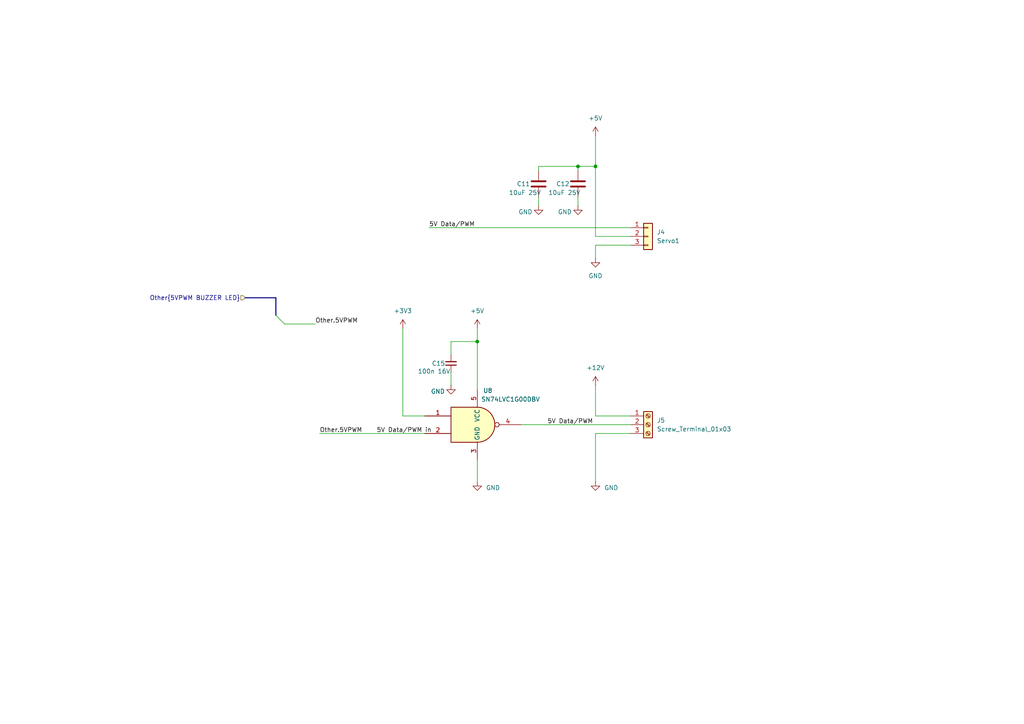
<source format=kicad_sch>
(kicad_sch (version 20231120) (generator "eeschema") (generator_version "8.0")
  (paper "A4")
  (title_block (date "2025-02-04") (rev "A") (company "Artem Horiunov") (comment 1 "DESIGNED IN POLAND"))
  (lib_symbols
    (symbol "74xGxx:SN74LVC1G00DBV"
      (property "Reference" "U" (at -5.08 7.62 0))
      (property "Value" "SN74LVC1G00DBV" (at 7.62 -7.62 0))
      (symbol "SN74LVC1G00DBV_0_1"
        (arc (start 0 -5.08) (mid 5.0579 0) (end 0 5.08) (stroke (width 0.254)) (fill (type background)))
        (polyline (pts (xy 0 -5.08) (xy -7.62 -5.08) (xy -7.62 5.08) (xy 0 5.08)) (stroke (width 0.254)) (fill (type background)))
      )
      (symbol "SN74LVC1G00DBV_1_1"
        (pin input line (at -15.24 2.54 0) (length 7.62) (name "~") (number "1"))
        (pin input line (at -15.24 -2.54 0) (length 7.62) (name "~") (number "2"))
        (pin power_in line (at 0 -10.16 90) (length 5.08) (name "GND") (number "3"))
        (pin output inverted (at 12.7 0 180) (length 7.62) (name "~") (number "4"))
        (pin power_in line (at 0 10.16 270) (length 5.08) (name "VCC") (number "5"))
      )
    )
    (symbol "Connector:Screw_Terminal_01x03" (pin_names (offset 1.016) hide)
      (property "Reference" "J" (at 0 5.08 0))
      (property "Value" "Screw_Terminal_01x03" (at 0 -5.08 0))
      (symbol "Screw_Terminal_01x03_1_1"
        (rectangle (start -1.27 3.81) (end 1.27 -3.81) (stroke (width 0.254)) (fill (type background)))
        (circle (center 0 -2.54) (radius 0.635) (stroke (width 0.1524)))
        (polyline (pts (xy -0.5334 -2.2098) (xy 0.3302 -3.048)) (stroke (width 0.1524)))
        (polyline (pts (xy -0.5334 0.3302) (xy 0.3302 -0.508)) (stroke (width 0.1524)))
        (polyline (pts (xy -0.5334 2.8702) (xy 0.3302 2.032)) (stroke (width 0.1524)))
        (polyline (pts (xy -0.3556 -2.032) (xy 0.508 -2.8702)) (stroke (width 0.1524)))
        (polyline (pts (xy -0.3556 0.508) (xy 0.508 -0.3302)) (stroke (width 0.1524)))
        (polyline (pts (xy -0.3556 3.048) (xy 0.508 2.2098)) (stroke (width 0.1524)))
        (circle (center 0 0) (radius 0.635) (stroke (width 0.1524)))
        (circle (center 0 2.54) (radius 0.635) (stroke (width 0.1524)))
        (pin passive line (at -5.08 2.54 0) (length 3.81) (name "Pin_1") (number "1"))
        (pin passive line (at -5.08 0 0) (length 3.81) (name "Pin_2") (number "2"))
        (pin passive line (at -5.08 -2.54 0) (length 3.81) (name "Pin_3") (number "3"))
      )
    )
    (symbol "Connector_Generic:Conn_01x03" (pin_names (offset 1.016) hide)
      (property "Reference" "J" (at 0 5.08 0))
      (property "Value" "Conn_01x03" (at 0 -5.08 0))
      (symbol "Conn_01x03_1_1"
        (rectangle (start -1.27 -2.413) (end 0 -2.667) (stroke (width 0.1524)))
        (rectangle (start -1.27 0.127) (end 0 -0.127) (stroke (width 0.1524)))
        (rectangle (start -1.27 2.667) (end 0 2.413) (stroke (width 0.1524)))
        (rectangle (start -1.27 3.81) (end 1.27 -3.81) (stroke (width 0.254)) (fill (type background)))
        (pin passive line (at -5.08 2.54 0) (length 3.81) (name "Pin_1") (number "1"))
        (pin passive line (at -5.08 0 0) (length 3.81) (name "Pin_2") (number "2"))
        (pin passive line (at -5.08 -2.54 0) (length 3.81) (name "Pin_3") (number "3"))
      )
    )
    (symbol "Device:C" (pin_numbers hide) (pin_names (offset 0.254))
      (property "Reference" "C" (at 0.635 2.54 0))
      (property "Value" "C" (at 0.635 -2.54 0))
      (symbol "C_0_1"
        (polyline (pts (xy -2.032 -0.762) (xy 2.032 -0.762)) (stroke (width 0.508)))
        (polyline (pts (xy -2.032 0.762) (xy 2.032 0.762)) (stroke (width 0.508)))
      )
      (symbol "C_1_1"
        (pin passive line (at 0 3.81 270) (length 2.794) (name "~") (number "1"))
        (pin passive line (at 0 -3.81 90) (length 2.794) (name "~") (number "2"))
      )
    )
    (symbol "Device:C_Small" (pin_numbers hide) (pin_names (offset 0.254) hide)
      (property "Reference" "C" (at 0.254 1.778 0))
      (property "Value" "C_Small" (at 0.254 -2.032 0))
      (symbol "C_Small_0_1"
        (polyline (pts (xy -1.524 -0.508) (xy 1.524 -0.508)) (stroke (width 0.3302)))
        (polyline (pts (xy -1.524 0.508) (xy 1.524 0.508)) (stroke (width 0.3048)))
      )
      (symbol "C_Small_1_1"
        (pin passive line (at 0 2.54 270) (length 2.032) (name "~") (number "1"))
        (pin passive line (at 0 -2.54 90) (length 2.032) (name "~") (number "2"))
      )
    )
    (symbol "power:+3V3" (power) (pin_numbers hide) (pin_names (offset 0) hide)
      (property "Value" "+3V3" (at 0 3.556 0))
      (symbol "+3V3_0_1"
        (polyline (pts (xy -0.762 1.27) (xy 0 2.54)))
        (polyline (pts (xy 0 0) (xy 0 2.54)))
        (polyline (pts (xy 0 2.54) (xy 0.762 1.27)))
      )
      (symbol "+3V3_1_1"
        (pin power_in line (at 0 0 90) (length 0) (name "~") (number "1"))
      )
    )
    (symbol "power:+5V" (power) (pin_numbers hide) (pin_names (offset 0) hide)
      (property "Value" "+5V" (at 0 3.556 0))
      (symbol "+5V_0_1"
        (polyline (pts (xy -0.762 1.27) (xy 0 2.54)))
        (polyline (pts (xy 0 0) (xy 0 2.54)))
        (polyline (pts (xy 0 2.54) (xy 0.762 1.27)))
      )
      (symbol "+5V_1_1"
        (pin power_in line (at 0 0 90) (length 0) (name "~") (number "1"))
      )
    )
    (symbol "power:GND" (power) (pin_numbers hide) (pin_names (offset 0) hide)
      (property "Value" "GND" (at 0 -3.81 0))
      (symbol "GND_0_1"
        (polyline (pts (xy 0 0) (xy 0 -1.27) (xy 1.27 -1.27) (xy 0 -2.54) (xy -1.27 -1.27) (xy 0 -1.27)))
      )
      (symbol "GND_1_1"
        (pin power_in line (at 0 0 270) (length 0) (name "~") (number "1"))
      )
    )
  )
  (junction (at 172.72 48.26))
  (junction (at 167.64 48.26))
  (junction (at 138.43 99.06))
  (bus_entry (at 80.01 91.44) (size 2.54 2.54))
  (wire (pts (xy 124.46 66.04) (xy 182.88 66.04)))
  (wire (pts (xy 167.64 48.26) (xy 156.21 48.26)))
  (wire (pts (xy 182.88 125.73) (xy 172.72 125.73)))
  (wire (pts (xy 138.43 133.35) (xy 138.43 139.7)))
  (wire (pts (xy 156.21 57.15) (xy 156.21 59.69)))
  (wire (pts (xy 172.72 71.12) (xy 182.88 71.12)))
  (wire (pts (xy 151.13 123.19) (xy 182.88 123.19)))
  (wire (pts (xy 172.72 68.58) (xy 182.88 68.58)))
  (wire (pts (xy 116.84 120.65) (xy 123.19 120.65)))
  (wire (pts (xy 130.81 99.06) (xy 138.43 99.06)))
  (wire (pts (xy 92.71 125.73) (xy 123.19 125.73)))
  (wire (pts (xy 172.72 39.37) (xy 172.72 48.26)))
  (wire (pts (xy 138.43 95.25) (xy 138.43 99.06)))
  (wire (pts (xy 172.72 48.26) (xy 167.64 48.26)))
  (bus (pts (xy 80.01 86.36) (xy 80.01 91.44)))
  (wire (pts (xy 167.64 48.26) (xy 167.64 49.53)))
  (wire (pts (xy 82.55 93.98) (xy 91.44 93.98)))
  (wire (pts (xy 182.88 120.65) (xy 172.72 120.65)))
  (wire (pts (xy 172.72 74.93) (xy 172.72 71.12)))
  (wire (pts (xy 156.21 48.26) (xy 156.21 49.53)))
  (wire (pts (xy 172.72 111.76) (xy 172.72 120.65)))
  (wire (pts (xy 116.84 95.25) (xy 116.84 120.65)))
  (wire (pts (xy 167.64 57.15) (xy 167.64 59.69)))
  (wire (pts (xy 130.81 107.95) (xy 130.81 111.76)))
  (wire (pts (xy 130.81 99.06) (xy 130.81 102.87)))
  (wire (pts (xy 172.72 48.26) (xy 172.72 68.58)))
  (wire (pts (xy 138.43 99.06) (xy 138.43 113.03)))
  (bus (pts (xy 71.12 86.36) (xy 80.01 86.36)))
  (wire (pts (xy 172.72 125.73) (xy 172.72 139.7)))
  (label "5V Data{slash}PWM" (at 124.46 66.04 0))
  (label "5V Data{slash}PWM in" (at 109.22 125.73 0))
  (label "Other.5VPWM" (at 92.71 125.73 0))
  (label "Other.5VPWM" (at 91.44 93.98 0))
  (label "5V Data{slash}PWM" (at 158.75 123.19 0))
  (hierarchical_label "Other{5VPWM BUZZER LED}" (shape input) (at 71.12 86.36 180))
  (symbol (lib_id "Device:C_Small") (at 130.81 105.41 0) (mirror x) (unit 1)
    (property "Reference" "C15" (at 125.222 105.41 0) (effects (justify left)))
    (property "Value" "100n 16V" (at 121.158 107.696 0) (effects (justify left)))
    (property "Footprint" "Capacitor_SMD:C_0402_1005Metric" (effects (hide yes)))
    (property "Description" "Unpolarized capacitor, small symbol" (effects (hide yes)))
  )
  (symbol (lib_id "power:GND") (at 138.43 139.7 0) (unit 1)
    (property "Reference" "#PWR039" (effects (hide yes)))
    (property "Value" "GND" (at 143.002 141.478 0))
    (property "Description" "Power symbol creates a global label with name \"GND\" , ground" (effects (hide yes)))
  )
  (symbol (lib_id "power:GND") (at 167.64 59.69 0) (unit 1)
    (property "Reference" "#PWR025" (effects (hide yes)))
    (property "Value" "GND" (at 163.83 61.468 0))
  )
  (symbol (lib_id "power:+5V") (at 172.72 111.76 0) (unit 1)
    (property "Reference" "#PWR038" (effects (hide yes)))
    (property "Value" "+12V" (at 172.72 106.68 0))
    (property "Description" "Power symbol creates a global label with name \"+5V\"" (effects (hide yes)))
  )
  (symbol (lib_id "power:GND") (at 172.72 74.93 0) (unit 1)
    (property "Reference" "#PWR026" (effects (hide yes)))
    (property "Value" "GND" (at 172.72 80.01 0))
  )
  (symbol (lib_id "Device:C") (at 156.21 53.34 0) (unit 1)
    (property "Reference" "C11" (at 149.86 53.34 0) (effects (justify left)))
    (property "Value" "10uF 25V" (at 147.574 55.88 0) (effects (justify left)))
    (property "Footprint" "Resistor_SMD:R_0402_1005Metric" (effects (hide yes)))
    (property "Description" "Unpolarized capacitor" (effects (hide yes)))
  )
  (symbol (lib_id "power:+3V3") (at 116.84 95.25 0) (unit 1)
    (property "Reference" "#PWR035" (effects (hide yes)))
    (property "Value" "+3V3" (at 116.84 90.17 0))
    (property "Description" "Power symbol creates a global label with name \"+3V3\"" (effects (hide yes)))
  )
  (symbol (lib_id "Device:C") (at 167.64 53.34 0) (unit 1)
    (property "Reference" "C12" (at 161.29 53.34 0) (effects (justify left)))
    (property "Value" "10uF 25V" (at 159.004 55.88 0) (effects (justify left)))
    (property "Footprint" "Resistor_SMD:R_0402_1005Metric" (effects (hide yes)))
    (property "Description" "Unpolarized capacitor" (effects (hide yes)))
  )
  (symbol (lib_id "power:GND") (at 156.21 59.69 0) (unit 1)
    (property "Reference" "#PWR023" (effects (hide yes)))
    (property "Value" "GND" (at 152.4 61.468 0))
  )
  (symbol (lib_id "Connector_Generic:Conn_01x03") (at 187.96 68.58 0) (unit 1)
    (property "Reference" "J4" (at 190.5 67.31 0) (effects (justify left)))
    (property "Value" "Servo1" (at 190.5 69.85 0) (effects (justify left)))
    (property "Footprint" "Connector_PinHeader_2.54mm:PinHeader_1x03_P2.54mm_Vertical_SMD_Pin1Left" (effects (hide yes)))
  )
  (symbol (lib_id "74xGxx:SN74LVC1G00DBV") (at 138.43 123.19 0) (unit 1)
    (property "Reference" "U8" (at 141.478 113.284 0))
    (property "Value" "SN74LVC1G00DBV" (at 148.082 115.824 0))
    (property "Footprint" "Package_TO_SOT_SMD:SOT-23-5" (effects (hide yes)))
    (property "Datasheet" "http://www.ti.com/lit/ds/symlink/sn74lvc1g00.pdf" (effects (hide yes)))
    (property "Description" "Single NAND Gate, Low-Voltage CMOS, SOT-23" (effects (hide yes)))
  )
  (symbol (lib_id "power:+5V") (at 172.72 39.37 0) (unit 1)
    (property "Reference" "#PWR022" (effects (hide yes)))
    (property "Value" "+5V" (at 172.72 34.29 0))
    (property "Description" "Power symbol creates a global label with name \"+5V\"" (effects (hide yes)))
  )
  (symbol (lib_id "power:GND") (at 172.72 139.7 0) (unit 1)
    (property "Reference" "#PWR040" (effects (hide yes)))
    (property "Value" "GND" (at 177.292 141.478 0))
    (property "Description" "Power symbol creates a global label with name \"GND\" , ground" (effects (hide yes)))
  )
  (symbol (lib_id "power:GND") (at 130.81 111.76 0) (unit 1)
    (property "Reference" "#PWR037" (effects (hide yes)))
    (property "Value" "GND" (at 127 113.538 0))
    (property "Description" "Power symbol creates a global label with name \"GND\" , ground" (effects (hide yes)))
  )
  (symbol (lib_id "Connector:Screw_Terminal_01x03") (at 187.96 123.19 0) (unit 1)
    (property "Reference" "J5" (at 190.5 121.92 0) (effects (justify left)))
    (property "Value" "Screw_Terminal_01x03" (at 190.5 124.46 0) (effects (justify left)))
    (property "Footprint" "TerminalBlock:TerminalBlock_Altech_AK300-3_P5.00mm" (effects (hide yes)))
    (property "Description" "Generic screw terminal, single row, 01x03, script generated (kicad-library-utils/schlib/autogen/connector/)" (effects (hide yes)))
  )
  (symbol (lib_id "power:+5V") (at 138.43 95.25 0) (unit 1)
    (property "Reference" "#PWR036" (effects (hide yes)))
    (property "Value" "+5V" (at 138.43 90.17 0))
    (property "Description" "Power symbol creates a global label with name \"+5V\"" (effects (hide yes)))
  )
)
</source>
